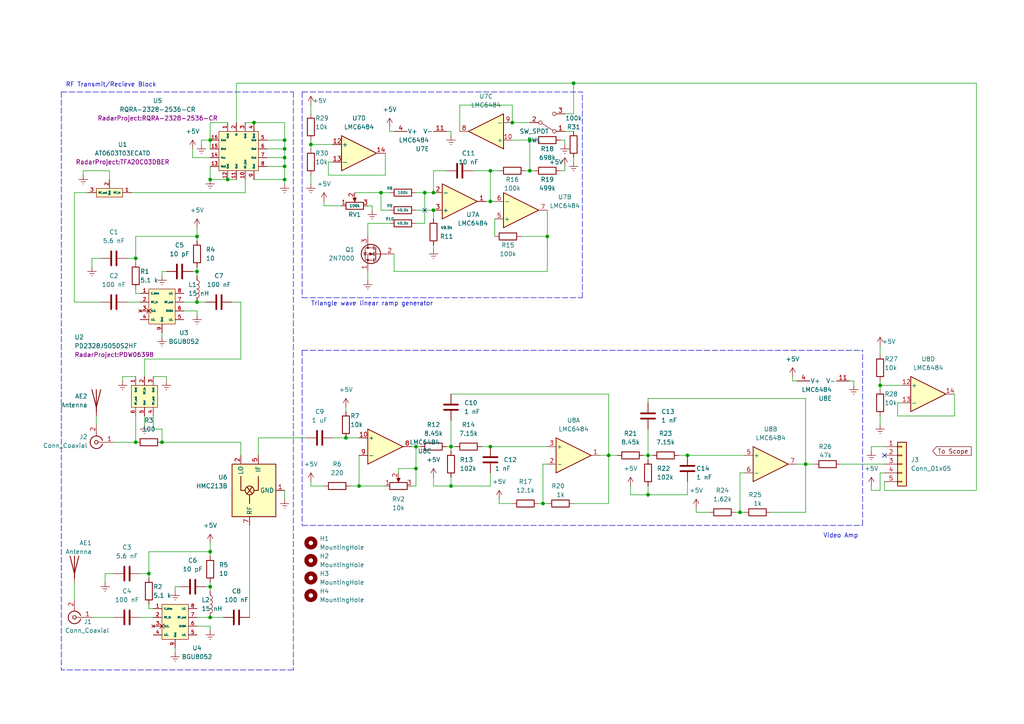
<source format=kicad_sch>
(kicad_sch (version 20211123) (generator eeschema)
  (paper "A4")
  (lib_symbols
    (symbol "Amplifier_Operational:LMC6484" (pin_names (offset 0.127))
      (property "Reference" "U" (at 0 5.08 0))
      (property "Value" "LMC6484" (at 0 -5.08 0))
      (symbol "LMC6484_1_1"
        (pin output line (at 7.62 0 180) (length 2.54) (name "~") (number "1"))
        (pin input line (at -7.62 -2.54 0) (length 2.54) (name "-") (number "2"))
        (pin input line (at -7.62 2.54 0) (length 2.54) (name "+") (number "3"))
      )
      (symbol "LMC6484_2_1"
        (pin input line (at -7.62 2.54 0) (length 2.54) (name "+") (number "5"))
        (pin input line (at -7.62 -2.54 0) (length 2.54) (name "-") (number "6"))
        (pin output line (at 7.62 0 180) (length 2.54) (name "~") (number "7"))
      )
      (symbol "LMC6484_3_1"
        (pin input line (at -7.62 2.54 0) (length 2.54) (name "+") (number "10"))
        (pin output line (at 7.62 0 180) (length 2.54) (name "~") (number "8"))
        (pin input line (at -7.62 -2.54 0) (length 2.54) (name "-") (number "9"))
      )
      (symbol "LMC6484_4_1"
        (pin input line (at -7.62 2.54 0) (length 2.54) (name "+") (number "12"))
        (pin input line (at -7.62 -2.54 0) (length 2.54) (name "-") (number "13"))
        (pin output line (at 7.62 0 180) (length 2.54) (name "~") (number "14"))
      )
      (symbol "LMC6484_5_1"
        (pin power_in line (at -2.54 -7.62 90) (length 3.81) (name "V-") (number "11"))
        (pin power_in line (at -2.54 7.62 270) (length 3.81) (name "V+") (number "4"))
      )
    )
    (symbol "Connector:Conn_Coaxial" (pin_names (offset 1.016) hide)
      (property "Reference" "J" (at 0.254 3.048 0))
      (property "Value" "Conn_Coaxial" (at 2.921 0 90))
      (symbol "Conn_Coaxial_1_1"
        (pin passive line (at -5.08 0 0) (length 2.54) (name "In") (number "1"))
        (pin passive line (at 0 -5.08 90) (length 2.54) (name "Ext") (number "2"))
      )
    )
    (symbol "Connector_Generic:Conn_01x05" (pin_names (offset 1.016) hide)
      (property "Reference" "J" (at 0 7.62 0))
      (property "Value" "Conn_01x05" (at 0 -7.62 0))
      (symbol "Conn_01x05_1_1"
        (pin passive line (at -5.08 5.08 0) (length 3.81) (name "Pin_1") (number "1"))
        (pin passive line (at -5.08 2.54 0) (length 3.81) (name "Pin_2") (number "2"))
        (pin passive line (at -5.08 0 0) (length 3.81) (name "Pin_3") (number "3"))
        (pin passive line (at -5.08 -2.54 0) (length 3.81) (name "Pin_4") (number "4"))
        (pin passive line (at -5.08 -5.08 0) (length 3.81) (name "Pin_5") (number "5"))
      )
    )
    (symbol "Device:Antenna" (pin_numbers hide) (pin_names (offset 1.016) hide)
      (property "Reference" "AE" (at -1.905 1.905 0))
      (property "Value" "Antenna" (at -1.905 0 0))
      (symbol "Antenna_1_1"
        (pin input line (at 0 -5.08 90) (length 2.54) (name "A") (number "1"))
      )
    )
    (symbol "Device:C" (pin_numbers hide) (pin_names (offset 0.254))
      (property "Reference" "C" (at 0.635 2.54 0))
      (property "Value" "C" (at 0.635 -2.54 0))
      (symbol "C_1_1"
        (pin passive line (at 0 3.81 270) (length 2.794) (name "~") (number "1"))
        (pin passive line (at 0 -3.81 90) (length 2.794) (name "~") (number "2"))
      )
    )
    (symbol "Device:L" (pin_numbers hide) (pin_names (offset 1.016) hide)
      (property "Reference" "L" (at -1.27 0 90))
      (property "Value" "L" (at 1.905 0 90))
      (symbol "L_1_1"
        (pin passive line (at 0 3.81 270) (length 1.27) (name "1") (number "1"))
        (pin passive line (at 0 -3.81 90) (length 1.27) (name "2") (number "2"))
      )
    )
    (symbol "Device:R" (pin_numbers hide) (pin_names (offset 0))
      (property "Reference" "R" (at 2.032 0 90))
      (property "Value" "R" (at 0 0 90))
      (symbol "R_1_1"
        (pin passive line (at 0 3.81 270) (length 1.27) (name "~") (number "1"))
        (pin passive line (at 0 -3.81 90) (length 1.27) (name "~") (number "2"))
      )
    )
    (symbol "Device:R_Potentiometer" (pin_names (offset 1.016) hide)
      (property "Reference" "RV" (at -4.445 0 90))
      (property "Value" "R_Potentiometer" (at -2.54 0 90))
      (symbol "R_Potentiometer_1_1"
        (pin passive line (at 0 3.81 270) (length 1.27) (name "1") (number "1"))
        (pin passive line (at 3.81 0 180) (length 1.27) (name "2") (number "2"))
        (pin passive line (at 0 -3.81 90) (length 1.27) (name "3") (number "3"))
      )
    )
    (symbol "Mechanical:MountingHole" (pin_names (offset 1.016))
      (property "Reference" "H" (at 0 5.08 0))
      (property "Value" "MountingHole" (at 0 3.175 0))
    )
    (symbol "RF_Mixer:HMC213B"
      (property "Reference" "U" (at -6.35 8.89 0))
      (property "Value" "HMC213B" (at 5.08 8.89 0))
      (symbol "HMC213B_1_1"
        (pin power_in line (at 0 -7.62 90) (length 2.54) (name "GND") (number "1"))
        (pin passive line (at -10.16 5.08 0) (length 2.54) (name "LO") (number "2"))
        (pin passive line (at 0 -7.62 90) (length 2.54) hide (name "GND") (number "3"))
        (pin no_connect line (at 5.08 -5.08 90) (length 2.54) hide (name "NC") (number "4"))
        (pin passive line (at -10.16 0 0) (length 2.54) (name "IF") (number "5"))
        (pin passive line (at 0 -7.62 90) (length 2.54) hide (name "GND") (number "6"))
        (pin passive line (at 10.16 2.54 180) (length 2.54) (name "RF") (number "7"))
        (pin passive line (at 0 -7.62 90) (length 2.54) hide (name "GND") (number "8"))
      )
    )
    (symbol "RadarProject:AT0603T03ECATD"
      (property "Reference" "U" (at 0 5.08 0))
      (property "Value" "AT0603T03ECATD" (at 0 7.62 0))
      (property "Footprint" "RadarProject:TFA20C03DBER" (at 0 10.16 0))
      (symbol "AT0603T03ECATD_1_1"
        (pin input line (at -2.54 -1.27 0) (length 2.54) (name "RF_in") (number "1"))
        (pin power_in line (at 3.81 -5.08 90) (length 2.54) (name "Gnd") (number "2"))
        (pin output line (at 10.16 -1.27 180) (length 2.54) (name "RF_out") (number "3"))
      )
    )
    (symbol "RadarProject:BGU8052"
      (property "Reference" "U" (at 0 5.08 0))
      (property "Value" "BGU8052" (at 0 7.62 0))
      (symbol "BGU8052_1_1"
        (pin input line (at -2.54 -1.27 0) (length 2.54) (name "V_bias") (number "1"))
        (pin input line (at -2.54 -3.81 0) (length 2.54) (name "RF_in") (number "2"))
        (pin no_connect non_logic (at -2.54 -6.35 0) (length 2.54) (name "N.C.") (number "3"))
        (pin free line (at -2.54 -8.89 0) (length 2.54) (name "I.C.") (number "4"))
        (pin free line (at 10.16 -8.89 180) (length 2.54) (name "I.C.") (number "5"))
        (pin input line (at 10.16 -6.35 180) (length 2.54) (name "SHDN") (number "6"))
        (pin output line (at 10.16 -3.81 180) (length 2.54) (name "RF_out") (number "7"))
        (pin free line (at 10.16 -1.27 180) (length 2.54) (name "I.C.") (number "8"))
        (pin power_in line (at 3.81 -12.7 90) (length 2.54) (name "Gnd") (number "9"))
      )
    )
    (symbol "RadarProject:PD2328J5050S2HF"
      (property "Reference" "U" (at 0 16.51 0))
      (property "Value" "PD2328J5050S2HF" (at 0 19.05 0))
      (property "Footprint" "RadarProject:PDW06398" (at 0 21.59 0))
      (symbol "PD2328J5050S2HF_1_1"
        (pin power_in line (at 1.27 2.54 270) (length 2.54) (name "Gnd") (number "1"))
        (pin input line (at 3.81 2.54 270) (length 2.54) (name "RF_in") (number "2"))
        (pin power_in line (at 6.35 2.54 270) (length 2.54) (name "Gnd") (number "3"))
        (pin output line (at 6.35 -8.89 90) (length 2.54) (name "RF_out") (number "4"))
        (pin power_in line (at 3.81 -8.89 90) (length 2.54) (name "Gnd") (number "5"))
        (pin output line (at 1.27 -8.89 90) (length 2.54) (name "RF_out") (number "6"))
      )
    )
    (symbol "RadarProject:RQRA-2328-2536-CR"
      (property "Reference" "U" (at 0 11.43 0))
      (property "Value" "RQRA-2328-2536-CR" (at 0 13.97 0))
      (property "Footprint" "RadarProject:RQRA-2328-2536-CR" (at 0 16.51 0))
      (symbol "RQRA-2328-2536-CR_1_1"
        (pin power_in line (at 2.54 2.54 270) (length 2.54) (name "Gnd") (number "1"))
        (pin output line (at 7.62 -13.97 90) (length 2.54) (name "RF_Out") (number "10"))
        (pin power_in line (at 5.08 -13.97 90) (length 2.54) (name "Gnd") (number "11"))
        (pin power_in line (at 2.54 -13.97 90) (length 2.54) (name "Gnd") (number "12"))
        (pin power_in line (at -2.54 -10.16 0) (length 2.54) (name "Gnd") (number "13"))
        (pin power_in line (at -2.54 -7.62 0) (length 2.54) (name "Vcc") (number "14"))
        (pin power_in line (at -2.54 -5.08 0) (length 2.54) (name "Gnd") (number "15"))
        (pin power_in line (at -2.54 -2.54 0) (length 2.54) (name "Gnd") (number "16"))
        (pin input line (at 5.08 2.54 270) (length 2.54) (name "Vt") (number "2"))
        (pin power_in line (at 7.62 2.54 270) (length 2.54) (name "Gnd") (number "3"))
        (pin power_in line (at 10.16 2.54 270) (length 2.54) (name "Gnd") (number "4"))
        (pin power_in line (at 13.97 -2.54 180) (length 2.54) (name "Gnd") (number "5"))
        (pin power_in line (at 13.97 -5.08 180) (length 2.54) (name "Gnd") (number "6"))
        (pin power_in line (at 13.97 -7.62 180) (length 2.54) (name "Gnd") (number "7"))
        (pin power_in line (at 13.97 -10.16 180) (length 2.54) (name "") (number "8"))
        (pin power_in line (at 10.16 -13.97 90) (length 2.54) (name "Gnd") (number "9"))
      )
    )
    (symbol "Switch:SW_SPDT" (pin_names (offset 0) hide)
      (property "Reference" "SW" (at 0 4.318 0))
      (property "Value" "SW_SPDT" (at 0 -5.08 0))
      (symbol "SW_SPDT_1_1"
        (pin passive line (at 5.08 2.54 180) (length 2.54) (name "A") (number "1"))
        (pin passive line (at -5.08 0 0) (length 2.54) (name "B") (number "2"))
        (pin passive line (at 5.08 -2.54 180) (length 2.54) (name "C") (number "3"))
      )
    )
    (symbol "Transistor_FET:2N7000" (pin_names hide)
      (property "Reference" "Q" (at 5.08 1.905 0))
      (property "Value" "2N7000" (at 5.08 0 0))
      (symbol "2N7000_1_1"
        (pin passive line (at 2.54 -5.08 90) (length 2.54) (name "S") (number "1"))
        (pin input line (at -5.08 0 0) (length 2.54) (name "G") (number "2"))
        (pin passive line (at 2.54 5.08 270) (length 2.54) (name "D") (number "3"))
      )
    )
    (symbol "power:+5V" (power) (pin_names (offset 0))
      (property "Value" "+5V" (at 0 3.556 0))
      (symbol "+5V_1_1"
        (pin power_in line (at 0 0 90) (length 0) hide (name "+5V") (number "1"))
      )
    )
    (symbol "power:Earth" (power) (pin_names (offset 0))
      (symbol "Earth_1_1"
        (pin power_in line (at 0 0 270) (length 0) hide (name "Earth") (number "1"))
      )
    )
  )
  (junction (at 187.96 132.08))
  (junction (at 60.96 170.18))
  (junction (at 148.59 35.56))
  (junction (at 60.96 179.07))
  (junction (at 153.67 49.53))
  (junction (at 142.24 129.54))
  (junction (at 158.75 68.58))
  (junction (at 46.99 128.27))
  (junction (at 60.96 160.02))
  (junction (at 176.53 132.08))
  (junction (at 233.68 134.62))
  (junction (at 123.19 55.88))
  (junction (at 157.48 146.05))
  (junction (at 57.15 78.74))
  (junction (at 130.81 129.54))
  (junction (at 187.96 143.51))
  (junction (at 110.49 55.88))
  (junction (at 82.55 45.72))
  (junction (at 255.27 111.76))
  (junction (at 57.15 68.58))
  (junction (at 82.55 43.18))
  (junction (at 214.63 148.59))
  (junction (at 125.73 55.88))
  (junction (at 125.73 60.96))
  (junction (at 142.24 58.42))
  (junction (at 153.67 40.64))
  (junction (at 199.39 132.08))
  (junction (at 120.65 135.89))
  (junction (at 57.15 87.63))
  (junction (at 130.81 140.97))
  (junction (at 142.24 49.53))
  (junction (at 39.37 128.27))
  (junction (at 120.65 129.54))
  (junction (at 43.18 166.37))
  (junction (at 39.37 74.93))
  (junction (at 82.55 52.07))
  (junction (at 82.55 48.26))
  (junction (at 66.04 52.07))
  (junction (at 73.66 35.56))
  (junction (at 100.33 127))
  (junction (at 60.96 52.07))
  (junction (at 82.55 40.64))
  (junction (at 104.14 140.97))
  (junction (at 166.37 24.13))
  (junction (at 60.96 40.64))
  (junction (at 90.17 41.91))
  (no_connect (at 123.19 60.96))
  (no_connect (at 256.54 132.08))
  (wire (pts (xy 173.99 132.08) (xy 176.53 132.08)))
  (wire (pts (xy 46.99 78.74) (xy 48.26 78.74)))
  (wire (pts (xy 90.17 40.64) (xy 90.17 41.91)))
  (wire (pts (xy 39.37 83.82) (xy 39.37 85.09)))
  (wire (pts (xy 129.54 49.53) (xy 125.73 49.53)))
  (wire (pts (xy 21.59 168.91) (xy 21.59 173.99)))
  (wire (pts (xy 247.65 110.49) (xy 246.38 110.49)))
  (wire (pts (xy 46.99 80.01) (xy 46.99 78.74)))
  (wire (pts (xy 111.76 140.97) (xy 104.14 140.97)))
  (wire (pts (xy 157.48 134.62) (xy 158.75 134.62)))
  (wire (pts (xy 130.81 129.54) (xy 132.08 129.54)))
  (wire (pts (xy 59.69 170.18) (xy 60.96 170.18)))
  (polyline (pts (xy 85.09 26.67) (xy 85.09 194.31)))
  (wire (pts (xy 57.15 68.58) (xy 39.37 68.58)))
  (wire (pts (xy 33.02 128.27) (xy 39.37 128.27)))
  (wire (pts (xy 93.98 140.97) (xy 90.17 140.97)))
  (wire (pts (xy 39.37 120.65) (xy 39.37 128.27)))
  (wire (pts (xy 95.25 50.8) (xy 111.76 50.8)))
  (wire (pts (xy 130.81 114.3) (xy 176.53 114.3)))
  (wire (pts (xy 68.58 24.13) (xy 68.58 35.56)))
  (wire (pts (xy 60.96 160.02) (xy 43.18 160.02)))
  (wire (pts (xy 255.27 110.49) (xy 255.27 111.76)))
  (wire (pts (xy 130.81 38.1) (xy 129.54 38.1)))
  (wire (pts (xy 24.13 49.53) (xy 31.75 49.53)))
  (wire (pts (xy 44.45 124.46) (xy 46.99 124.46)))
  (wire (pts (xy 199.39 132.08) (xy 215.9 132.08)))
  (wire (pts (xy 142.24 137.16) (xy 142.24 140.97)))
  (wire (pts (xy 82.55 35.56) (xy 82.55 40.64)))
  (wire (pts (xy 139.7 129.54) (xy 142.24 129.54)))
  (wire (pts (xy 60.96 45.72) (xy 55.88 45.72)))
  (wire (pts (xy 113.03 36.83) (xy 113.03 38.1)))
  (wire (pts (xy 82.55 40.64) (xy 82.55 43.18)))
  (wire (pts (xy 123.19 64.77) (xy 123.19 55.88)))
  (wire (pts (xy 96.52 127) (xy 100.33 127)))
  (wire (pts (xy 58.42 40.64) (xy 60.96 40.64)))
  (wire (pts (xy 60.96 182.88) (xy 60.96 181.61)))
  (wire (pts (xy 77.47 40.64) (xy 82.55 40.64)))
  (wire (pts (xy 67.31 87.63) (xy 69.85 87.63)))
  (wire (pts (xy 201.93 148.59) (xy 201.93 147.32)))
  (wire (pts (xy 148.59 35.56) (xy 153.67 35.56)))
  (wire (pts (xy 60.96 48.26) (xy 60.96 52.07)))
  (wire (pts (xy 130.81 39.37) (xy 130.81 38.1)))
  (wire (pts (xy 187.96 143.51) (xy 199.39 143.51)))
  (wire (pts (xy 187.96 143.51) (xy 182.88 143.51)))
  (wire (pts (xy 82.55 45.72) (xy 82.55 48.26)))
  (wire (pts (xy 60.96 168.91) (xy 60.96 170.18)))
  (polyline (pts (xy 87.63 101.6) (xy 87.63 152.4)))
  (wire (pts (xy 57.15 90.17) (xy 53.34 90.17)))
  (wire (pts (xy 90.17 140.97) (xy 90.17 139.7)))
  (wire (pts (xy 199.39 139.7) (xy 199.39 143.51)))
  (wire (pts (xy 213.36 148.59) (xy 214.63 148.59)))
  (wire (pts (xy 102.87 55.88) (xy 110.49 55.88)))
  (wire (pts (xy 24.13 50.8) (xy 24.13 49.53)))
  (wire (pts (xy 39.37 74.93) (xy 39.37 76.2)))
  (wire (pts (xy 36.83 87.63) (xy 40.64 87.63)))
  (wire (pts (xy 205.74 148.59) (xy 201.93 148.59)))
  (wire (pts (xy 57.15 69.85) (xy 57.15 68.58)))
  (wire (pts (xy 255.27 137.16) (xy 255.27 142.24)))
  (wire (pts (xy 229.87 110.49) (xy 231.14 110.49)))
  (wire (pts (xy 255.27 111.76) (xy 261.62 111.76)))
  (wire (pts (xy 29.21 74.93) (xy 26.67 74.93)))
  (wire (pts (xy 46.99 124.46) (xy 46.99 128.27)))
  (wire (pts (xy 233.68 134.62) (xy 236.22 134.62)))
  (wire (pts (xy 21.59 55.88) (xy 21.59 87.63)))
  (wire (pts (xy 260.35 116.84) (xy 260.35 120.65)))
  (wire (pts (xy 142.24 49.53) (xy 142.24 58.42)))
  (wire (pts (xy 71.12 55.88) (xy 38.1 55.88)))
  (wire (pts (xy 77.47 43.18) (xy 82.55 43.18)))
  (wire (pts (xy 113.03 60.96) (xy 110.49 60.96)))
  (wire (pts (xy 72.39 152.4) (xy 72.39 179.07)))
  (wire (pts (xy 276.86 114.3) (xy 276.86 120.65)))
  (wire (pts (xy 50.8 187.96) (xy 50.8 189.23)))
  (wire (pts (xy 255.27 142.24) (xy 252.73 142.24)))
  (wire (pts (xy 60.96 35.56) (xy 60.96 40.64)))
  (wire (pts (xy 196.85 132.08) (xy 199.39 132.08)))
  (wire (pts (xy 140.97 58.42) (xy 142.24 58.42)))
  (wire (pts (xy 158.75 68.58) (xy 158.75 60.96)))
  (wire (pts (xy 143.51 63.5) (xy 143.51 68.58)))
  (wire (pts (xy 255.27 120.65) (xy 255.27 123.19)))
  (wire (pts (xy 21.59 87.63) (xy 29.21 87.63)))
  (wire (pts (xy 187.96 116.84) (xy 187.96 115.57)))
  (wire (pts (xy 125.73 49.53) (xy 125.73 55.88)))
  (wire (pts (xy 111.76 44.45) (xy 111.76 50.8)))
  (wire (pts (xy 71.12 35.56) (xy 73.66 35.56)))
  (wire (pts (xy 252.73 129.54) (xy 252.73 130.81)))
  (wire (pts (xy 43.18 166.37) (xy 43.18 167.64)))
  (wire (pts (xy 252.73 140.97) (xy 252.73 142.24)))
  (wire (pts (xy 130.81 140.97) (xy 142.24 140.97)))
  (wire (pts (xy 53.34 87.63) (xy 57.15 87.63)))
  (wire (pts (xy 158.75 78.74) (xy 158.75 68.58)))
  (polyline (pts (xy 87.63 86.36) (xy 168.91 86.36)))
  (wire (pts (xy 35.56 110.49) (xy 35.56 109.22)))
  (wire (pts (xy 82.55 48.26) (xy 82.55 52.07)))
  (wire (pts (xy 166.37 24.13) (xy 166.37 33.02)))
  (polyline (pts (xy 87.63 152.4) (xy 250.19 152.4)))
  (wire (pts (xy 58.42 41.91) (xy 58.42 40.64)))
  (wire (pts (xy 90.17 41.91) (xy 96.52 41.91)))
  (wire (pts (xy 55.88 45.72) (xy 55.88 43.18)))
  (wire (pts (xy 176.53 132.08) (xy 176.53 146.05)))
  (wire (pts (xy 125.73 71.12) (xy 125.73 72.39)))
  (wire (pts (xy 90.17 41.91) (xy 90.17 43.18)))
  (wire (pts (xy 106.68 68.58) (xy 106.68 64.77)))
  (wire (pts (xy 152.4 49.53) (xy 153.67 49.53)))
  (wire (pts (xy 90.17 30.48) (xy 90.17 33.02)))
  (wire (pts (xy 260.35 120.65) (xy 276.86 120.65)))
  (wire (pts (xy 186.69 132.08) (xy 187.96 132.08)))
  (wire (pts (xy 214.63 148.59) (xy 215.9 148.59)))
  (wire (pts (xy 163.83 48.26) (xy 163.83 49.53)))
  (wire (pts (xy 74.93 127) (xy 88.9 127)))
  (polyline (pts (xy 87.63 26.67) (xy 168.91 26.67)))
  (wire (pts (xy 93.98 58.42) (xy 93.98 59.69)))
  (wire (pts (xy 114.3 73.66) (xy 114.3 78.74)))
  (polyline (pts (xy 17.78 26.67) (xy 85.09 26.67)))
  (wire (pts (xy 120.65 55.88) (xy 123.19 55.88)))
  (wire (pts (xy 153.67 40.64) (xy 153.67 49.53)))
  (wire (pts (xy 106.68 59.69) (xy 107.95 59.69)))
  (wire (pts (xy 123.19 55.88) (xy 125.73 55.88)))
  (wire (pts (xy 120.65 140.97) (xy 119.38 140.97)))
  (wire (pts (xy 69.85 132.08) (xy 69.85 128.27)))
  (wire (pts (xy 114.3 78.74) (xy 158.75 78.74)))
  (wire (pts (xy 60.96 170.18) (xy 60.96 171.45)))
  (wire (pts (xy 137.16 49.53) (xy 142.24 49.53)))
  (wire (pts (xy 233.68 115.57) (xy 233.68 134.62)))
  (wire (pts (xy 176.53 132.08) (xy 179.07 132.08)))
  (wire (pts (xy 166.37 45.72) (xy 166.37 46.99)))
  (wire (pts (xy 153.67 49.53) (xy 154.94 49.53)))
  (wire (pts (xy 26.67 74.93) (xy 26.67 77.47)))
  (wire (pts (xy 130.81 121.92) (xy 130.81 129.54)))
  (wire (pts (xy 57.15 179.07) (xy 60.96 179.07)))
  (wire (pts (xy 60.96 52.07) (xy 66.04 52.07)))
  (wire (pts (xy 187.96 140.97) (xy 187.96 143.51)))
  (wire (pts (xy 43.18 175.26) (xy 43.18 176.53)))
  (wire (pts (xy 33.02 166.37) (xy 30.48 166.37)))
  (wire (pts (xy 82.55 43.18) (xy 82.55 45.72)))
  (polyline (pts (xy 87.63 101.6) (xy 250.19 101.6)))
  (wire (pts (xy 223.52 148.59) (xy 233.68 148.59)))
  (wire (pts (xy 96.52 46.99) (xy 95.25 46.99)))
  (wire (pts (xy 130.81 138.43) (xy 130.81 140.97)))
  (wire (pts (xy 50.8 170.18) (xy 52.07 170.18)))
  (wire (pts (xy 256.54 139.7) (xy 256.54 142.24)))
  (wire (pts (xy 154.94 40.64) (xy 153.67 40.64)))
  (wire (pts (xy 68.58 24.13) (xy 166.37 24.13)))
  (wire (pts (xy 57.15 91.44) (xy 57.15 90.17)))
  (wire (pts (xy 43.18 160.02) (xy 43.18 166.37)))
  (polyline (pts (xy 87.63 26.67) (xy 87.63 86.36)))
  (wire (pts (xy 214.63 137.16) (xy 214.63 148.59)))
  (wire (pts (xy 163.83 40.64) (xy 163.83 41.91)))
  (wire (pts (xy 50.8 171.45) (xy 50.8 170.18)))
  (polyline (pts (xy 168.91 86.36) (xy 168.91 26.67)))
  (wire (pts (xy 106.68 64.77) (xy 113.03 64.77)))
  (wire (pts (xy 182.88 140.97) (xy 182.88 143.51)))
  (wire (pts (xy 100.33 127) (xy 104.14 127)))
  (wire (pts (xy 73.66 35.56) (xy 82.55 35.56)))
  (wire (pts (xy 187.96 115.57) (xy 233.68 115.57)))
  (wire (pts (xy 229.87 109.22) (xy 229.87 110.49)))
  (wire (pts (xy 233.68 134.62) (xy 233.68 148.59)))
  (wire (pts (xy 44.45 176.53) (xy 43.18 176.53)))
  (wire (pts (xy 35.56 109.22) (xy 39.37 109.22)))
  (wire (pts (xy 40.64 179.07) (xy 44.45 179.07)))
  (polyline (pts (xy 85.09 194.31) (xy 17.78 194.31)))
  (wire (pts (xy 142.24 129.54) (xy 158.75 129.54)))
  (wire (pts (xy 69.85 104.14) (xy 41.91 104.14)))
  (wire (pts (xy 60.96 40.64) (xy 60.96 43.18)))
  (wire (pts (xy 243.84 134.62) (xy 256.54 134.62)))
  (wire (pts (xy 261.62 116.84) (xy 260.35 116.84)))
  (wire (pts (xy 148.59 40.64) (xy 153.67 40.64)))
  (wire (pts (xy 133.35 30.48) (xy 133.35 38.1)))
  (wire (pts (xy 157.48 146.05) (xy 158.75 146.05)))
  (wire (pts (xy 104.14 140.97) (xy 104.14 132.08)))
  (wire (pts (xy 142.24 58.42) (xy 143.51 58.42)))
  (wire (pts (xy 256.54 142.24) (xy 283.21 142.24)))
  (wire (pts (xy 74.93 132.08) (xy 74.93 127)))
  (wire (pts (xy 151.13 68.58) (xy 158.75 68.58)))
  (wire (pts (xy 66.04 35.56) (xy 60.96 35.56)))
  (wire (pts (xy 120.65 135.89) (xy 120.65 140.97)))
  (wire (pts (xy 46.99 96.52) (xy 46.99 97.79)))
  (wire (pts (xy 71.12 52.07) (xy 71.12 55.88)))
  (wire (pts (xy 25.4 55.88) (xy 21.59 55.88)))
  (wire (pts (xy 255.27 111.76) (xy 255.27 113.03)))
  (wire (pts (xy 69.85 128.27) (xy 46.99 128.27)))
  (wire (pts (xy 66.04 52.07) (xy 68.58 52.07)))
  (wire (pts (xy 93.98 59.69) (xy 99.06 59.69)))
  (wire (pts (xy 125.73 60.96) (xy 125.73 63.5)))
  (wire (pts (xy 119.38 129.54) (xy 120.65 129.54)))
  (wire (pts (xy 48.26 109.22) (xy 48.26 110.49)))
  (wire (pts (xy 60.96 179.07) (xy 64.77 179.07)))
  (wire (pts (xy 44.45 109.22) (xy 48.26 109.22)))
  (wire (pts (xy 130.81 140.97) (xy 125.73 140.97)))
  (wire (pts (xy 256.54 129.54) (xy 252.73 129.54)))
  (wire (pts (xy 82.55 48.26) (xy 77.47 48.26)))
  (wire (pts (xy 113.03 38.1) (xy 114.3 38.1)))
  (wire (pts (xy 41.91 120.65) (xy 41.91 123.19)))
  (wire (pts (xy 100.33 118.11) (xy 100.33 119.38)))
  (wire (pts (xy 120.65 60.96) (xy 125.73 60.96)))
  (wire (pts (xy 130.81 129.54) (xy 130.81 130.81)))
  (polyline (pts (xy 250.19 152.4) (xy 250.19 101.6)))
  (wire (pts (xy 82.55 52.07) (xy 82.55 53.34)))
  (wire (pts (xy 142.24 49.53) (xy 144.78 49.53)))
  (wire (pts (xy 214.63 137.16) (xy 215.9 137.16)))
  (wire (pts (xy 31.75 49.53) (xy 31.75 52.07)))
  (wire (pts (xy 148.59 146.05) (xy 144.78 146.05)))
  (wire (pts (xy 90.17 50.8) (xy 90.17 53.34)))
  (wire (pts (xy 106.68 78.74) (xy 106.68 81.28)))
  (wire (pts (xy 157.48 134.62) (xy 157.48 146.05)))
  (wire (pts (xy 125.73 138.43) (xy 125.73 140.97)))
  (wire (pts (xy 110.49 60.96) (xy 110.49 55.88)))
  (wire (pts (xy 77.47 45.72) (xy 82.55 45.72)))
  (wire (pts (xy 187.96 132.08) (xy 189.23 132.08)))
  (wire (pts (xy 57.15 78.74) (xy 57.15 80.01)))
  (wire (pts (xy 148.59 30.48) (xy 133.35 30.48)))
  (wire (pts (xy 283.21 142.24) (xy 283.21 24.13)))
  (wire (pts (xy 60.96 161.29) (xy 60.96 160.02)))
  (wire (pts (xy 101.6 140.97) (xy 104.14 140.97)))
  (wire (pts (xy 110.49 55.88) (xy 113.03 55.88)))
  (wire (pts (xy 148.59 30.48) (xy 148.59 35.56)))
  (wire (pts (xy 73.66 52.07) (xy 82.55 52.07)))
  (wire (pts (xy 163.83 38.1) (xy 166.37 38.1)))
  (polyline (pts (xy 17.78 26.67) (xy 17.78 194.31)))
  (wire (pts (xy 44.45 120.65) (xy 44.45 124.46)))
  (wire (pts (xy 40.64 85.09) (xy 39.37 85.09)))
  (wire (pts (xy 82.55 142.24) (xy 82.55 144.78)))
  (wire (pts (xy 231.14 134.62) (xy 233.68 134.62)))
  (wire (pts (xy 26.67 179.07) (xy 33.02 179.07)))
  (wire (pts (xy 55.88 78.74) (xy 57.15 78.74)))
  (wire (pts (xy 129.54 129.54) (xy 130.81 129.54)))
  (wire (pts (xy 156.21 146.05) (xy 157.48 146.05)))
  (wire (pts (xy 69.85 87.63) (xy 69.85 104.14)))
  (wire (pts (xy 163.83 33.02) (xy 166.37 33.02)))
  (wire (pts (xy 163.83 49.53) (xy 162.56 49.53)))
  (wire (pts (xy 255.27 100.33) (xy 255.27 102.87)))
  (wire (pts (xy 247.65 111.76) (xy 247.65 110.49)))
  (wire (pts (xy 162.56 40.64) (xy 163.83 40.64)))
  (wire (pts (xy 41.91 104.14) (xy 41.91 109.22)))
  (wire (pts (xy 30.48 166.37) (xy 30.48 168.91)))
  (wire (pts (xy 144.78 146.05) (xy 144.78 144.78)))
  (wire (pts (xy 176.53 114.3) (xy 176.53 132.08)))
  (wire (pts (xy 115.57 135.89) (xy 120.65 135.89)))
  (wire (pts (xy 43.18 166.37) (xy 40.64 166.37)))
  (wire (pts (xy 115.57 137.16) (xy 115.57 135.89)))
  (wire (pts (xy 166.37 24.13) (xy 283.21 24.13)))
  (wire (pts (xy 187.96 124.46) (xy 187.96 132.08)))
  (wire (pts (xy 187.96 132.08) (xy 187.96 133.35)))
  (wire (pts (xy 39.37 74.93) (xy 36.83 74.93)))
  (wire (pts (xy 60.96 157.48) (xy 60.96 160.02)))
  (wire (pts (xy 166.37 146.05) (xy 176.53 146.05)))
  (wire (pts (xy 120.65 64.77) (xy 123.19 64.77)))
  (wire (pts (xy 120.65 129.54) (xy 120.65 135.89)))
  (wire (pts (xy 57.15 77.47) (xy 57.15 78.74)))
  (wire (pts (xy 120.65 129.54) (xy 121.92 129.54)))
  (wire (pts (xy 107.95 59.69) (xy 107.95 60.96)))
  (wire (pts (xy 95.25 46.99) (xy 95.25 50.8)))
  (wire (pts (xy 57.15 87.63) (xy 59.69 87.63)))
  (wire (pts (xy 256.54 137.16) (xy 255.27 137.16)))
  (wire (pts (xy 39.37 68.58) (xy 39.37 74.93)))
  (wire (pts (xy 60.96 181.61) (xy 57.15 181.61)))
  (wire (pts (xy 27.94 120.65) (xy 27.94 123.19)))
  (wire (pts (xy 57.15 66.04) (xy 57.15 68.58)))
  (text "RF Transmit/Recieve Block" (at 19.05 25.4 0) (effects (font (size 1.27 1.27)) (justify left bottom)))
  (text "Triangle wave linear ramp generator" (at 90.17 88.9 0) (effects (font (size 1.27 1.27)) (justify left bottom)))
  (text "Video Amp" (at 238.76 156.21 0) (effects (font (size 1.27 1.27)) (justify left bottom)))
  (global_label "To Scope" (shape input) (at 270.51 130.81 0) (property "Intersheet References" "${INTERSHEET_REFS}" (effects hide)))
  (symbol (lib_id "power:Earth") (at 30.48 168.91 0) (unit 1)
    (property "Reference" "#PWR03" (effects hide))
    (property "Value" "Earth" (effects hide))
  )
  (symbol (lib_id "power:Earth") (at 163.83 41.91 0) (unit 1)
    (property "Reference" "#PWR026" (effects hide))
    (property "Value" "Earth" (effects hide))
  )
  (symbol (lib_id "power:Earth") (at 107.95 60.96 0) (unit 1)
    (property "Reference" "#PWR021" (effects hide))
    (property "Value" "Earth" (effects hide))
  )
  (symbol (lib_id "Device:R") (at 166.37 41.91 180) (unit 1)
    (property "Reference" "R31" (at 166.37 36.83 0))
    (property "Value" "100k" (at 166.37 34.29 0))
    (property "Footprint" "Resistor_SMD:R_0805_2012Metric" (effects hide))
  )
  (symbol (lib_id "Device:R") (at 90.17 36.83 0) (unit 1)
    (property "Reference" "R29" (at 91.44 34.29 0) (effects (justify left)))
    (property "Value" "10k" (at 91.44 36.83 0) (effects (justify left)))
    (property "Footprint" "Resistor_SMD:R_0805_2012Metric" (effects hide))
  )
  (symbol (lib_id "Switch:SW_SPDT") (at 158.75 35.56 0) (mirror x) (unit 1)
    (property "Reference" "SW1" (at 154.94 40.64 0))
    (property "Value" "SW_SPDT" (at 154.94 38.1 0))
    (property "Footprint" "Button_Switch_THT:SW_Slide_1P2T_CK_OS102011MS2Q" (effects hide))
  )
  (symbol (lib_id "Device:C") (at 33.02 74.93 90) (unit 1)
    (property "Reference" "C1" (at 33.02 67.31 90))
    (property "Value" "5.6 nF" (at 33.02 69.85 90))
    (property "Footprint" "Capacitor_SMD:C_0805_2012Metric" (effects hide))
  )
  (symbol (lib_id "Device:R_Potentiometer") (at 115.57 140.97 90) (unit 1)
    (property "Reference" "RV2" (at 115.57 144.78 90))
    (property "Value" "10k" (at 115.57 147.32 90))
    (property "Footprint" "Potentiometer_THT:Potentiometer_Bourns_3296W_Vertical" (effects hide))
  )
  (symbol (lib_id "Device:Antenna") (at 27.94 115.57 0) (mirror y) (unit 1)
    (property "Reference" "AE2" (at 25.4 114.9349 0) (effects (justify left)))
    (property "Value" "Antenna" (at 25.4 117.4749 0) (effects (justify left)))
  )
  (symbol (lib_id "power:+5V") (at 201.93 147.32 0) (unit 1)
    (property "Reference" "#PWR030" (effects hide))
    (property "Value" "+5V" (at 201.93 142.24 0))
  )
  (symbol (lib_id "Device:R") (at 116.84 60.96 90) (unit 1)
    (property "Reference" "R9" (at 113.03 59.69 90) (effects (font (size 0.8 0.8))))
    (property "Value" "49.9k" (at 116.84 60.96 90) (effects (font (size 0.8 0.8))))
    (property "Footprint" "Resistor_SMD:R_0805_2012Metric" (effects hide))
  )
  (symbol (lib_id "Amplifier_Operational:LMC6484") (at 133.35 58.42 0) (mirror x) (unit 1)
    (property "Reference" "U7" (at 137.16 62.23 0))
    (property "Value" "LMC6484" (at 137.16 64.77 0))
    (property "Footprint" "Package_SO:SOIC-14_3.9x8.7mm_P1.27mm" (effects hide))
    (property "Datasheet" "http://www.ti.com/lit/ds/symlink/lmc6484.pdf" (effects hide))
  )
  (symbol (lib_id "power:+5V") (at 93.98 58.42 0) (unit 1)
    (property "Reference" "#PWR017" (effects hide))
    (property "Value" "+5V" (at 93.98 53.34 0))
  )
  (symbol (lib_id "power:Earth") (at 60.96 182.88 0) (unit 1)
    (property "Reference" "#PWR013" (effects hide))
    (property "Value" "Earth" (effects hide))
  )
  (symbol (lib_id "Amplifier_Operational:LMC6484") (at 269.24 114.3 0) (unit 4)
    (property "Reference" "U8" (at 269.24 104.14 0))
    (property "Value" "LMC6484" (at 269.24 106.68 0))
    (property "Datasheet" "http://www.ti.com/lit/ds/symlink/lmc6484.pdf" (effects hide))
  )
  (symbol (lib_id "Device:C") (at 133.35 49.53 90) (unit 1)
    (property "Reference" "C11" (at 135.89 44.45 90))
    (property "Value" "10 nF" (at 135.89 46.99 90))
    (property "Footprint" "Capacitor_SMD:C_0805_2012Metric" (effects hide))
  )
  (symbol (lib_id "power:+5V") (at 125.73 138.43 0) (unit 1)
    (property "Reference" "#PWR024" (effects hide))
    (property "Value" "+5V" (at 125.73 133.35 0))
  )
  (symbol (lib_id "power:Earth") (at 60.96 52.07 0) (unit 1)
    (property "Reference" "#PWR0103" (effects hide))
    (property "Value" "Earth" (effects hide))
  )
  (symbol (lib_id "Device:R") (at 240.03 134.62 90) (unit 1)
    (property "Reference" "R26" (at 241.3 129.54 90) (effects (justify left)))
    (property "Value" "47k" (at 241.3 132.08 90) (effects (justify left)))
    (property "Footprint" "Resistor_SMD:R_0805_2012Metric" (effects hide))
  )
  (symbol (lib_id "power:+5V") (at 57.15 66.04 0) (unit 1)
    (property "Reference" "#PWR010" (effects hide))
    (property "Value" "+5V" (at 57.15 60.96 0))
  )
  (symbol (lib_id "Device:L") (at 57.15 83.82 0) (unit 1)
    (property "Reference" "L1" (at 54.61 82.55 0) (effects (justify left)))
    (property "Value" "15 nH" (at 54.61 85.09 0) (effects (justify left)))
    (property "Footprint" "Inductor_SMD:L_0805_2012Metric" (effects hide))
  )
  (symbol (lib_id "Device:C") (at 199.39 135.89 0) (unit 1)
    (property "Reference" "C14" (at 201.93 135.89 0) (effects (justify left)))
    (property "Value" "1 nF" (at 201.93 138.43 0) (effects (justify left)))
    (property "Footprint" "Capacitor_SMD:C_0805_2012Metric" (effects hide))
  )
  (symbol (lib_id "Device:R") (at 187.96 137.16 0) (unit 1)
    (property "Reference" "R22" (at 190.5 135.8899 0) (effects (justify left)))
    (property "Value" "102k" (at 190.5 138.4299 0) (effects (justify left)))
    (property "Footprint" "Resistor_SMD:R_0805_2012Metric" (effects hide))
  )
  (symbol (lib_id "power:+5V") (at 55.88 43.18 0) (unit 1)
    (property "Reference" "#PWR09" (effects hide))
    (property "Value" "+5V" (at 55.88 38.1 0))
  )
  (symbol (lib_id "Device:R") (at 90.17 46.99 0) (unit 1)
    (property "Reference" "R30" (at 91.44 44.45 0) (effects (justify left)))
    (property "Value" "10k" (at 91.44 46.99 0) (effects (justify left)))
    (property "Footprint" "Resistor_SMD:R_0805_2012Metric" (effects hide))
  )
  (symbol (lib_id "Device:R") (at 57.15 73.66 0) (unit 1)
    (property "Reference" "R4" (at 59.69 72.3899 0) (effects (justify left)))
    (property "Value" "10" (at 59.69 74.9299 0) (effects (justify left)))
    (property "Footprint" "Resistor_SMD:R_0805_2012Metric" (effects hide))
  )
  (symbol (lib_id "Device:Antenna") (at 21.59 163.83 0) (mirror y) (unit 1)
    (property "Reference" "AE1" (at 26.67 157.48 0) (effects (justify left)))
    (property "Value" "Antenna" (at 26.67 160.02 0) (effects (justify left)))
  )
  (symbol (lib_id "power:Earth") (at 24.13 50.8 0) (unit 1)
    (property "Reference" "#PWR01" (effects hide))
    (property "Value" "Earth" (effects hide))
  )
  (symbol (lib_id "Device:R") (at 148.59 49.53 90) (unit 1)
    (property "Reference" "R16" (at 148.59 52.07 90))
    (property "Value" "100k" (at 148.59 54.61 90))
    (property "Footprint" "Resistor_SMD:R_0805_2012Metric" (effects hide))
  )
  (symbol (lib_id "power:+5V") (at 90.17 139.7 0) (unit 1)
    (property "Reference" "#PWR016" (effects hide))
    (property "Value" "+5V" (at 90.17 134.62 0))
  )
  (symbol (lib_id "Device:R") (at 116.84 55.88 90) (unit 1)
    (property "Reference" "R8" (at 113.03 54.61 90) (effects (font (size 0.8 0.8))))
    (property "Value" "100k" (at 116.84 55.88 90) (effects (font (size 0.8 0.8))))
    (property "Footprint" "Resistor_SMD:R_0805_2012Metric" (effects hide))
  )
  (symbol (lib_id "Device:L") (at 60.96 175.26 0) (unit 1)
    (property "Reference" "L2" (at 58.42 173.99 0) (effects (justify left)))
    (property "Value" "15 nH" (at 58.42 176.53 0) (effects (justify left)))
    (property "Footprint" "Inductor_SMD:L_0805_2012Metric" (effects hide))
  )
  (symbol (lib_id "Device:C") (at 130.81 118.11 0) (unit 1)
    (property "Reference" "C10" (at 134.62 116.8399 0) (effects (justify left)))
    (property "Value" "1 nF" (at 134.62 119.3799 0) (effects (justify left)))
    (property "Footprint" "Capacitor_SMD:C_0805_2012Metric" (effects hide))
  )
  (symbol (lib_id "RadarProject:RQRA-2328-2536-CR") (at 63.5 38.1 0) (unit 1)
    (property "Reference" "U5" (at 45.72 29.21 0))
    (property "Value" "RQRA-2328-2536-CR" (at 45.72 31.75 0))
    (property "Footprint" "RadarProject:RQRA-2328-2536-CR" (at 45.72 34.29 0))
    (property "Datasheet" "https://www.raltron.com/webproducts/specs/VCO/RQRA-2328-2536-CR.pdf" (effects hide))
  )
  (symbol (lib_id "Device:C") (at 33.02 87.63 90) (unit 1)
    (property "Reference" "C2" (at 33.02 80.01 90))
    (property "Value" "100 nF" (at 33.02 82.55 90))
    (property "Footprint" "Capacitor_SMD:C_0805_2012Metric" (effects hide))
  )
  (symbol (lib_id "Device:C") (at 55.88 170.18 90) (unit 1)
    (property "Reference" "C6" (at 55.88 162.56 90))
    (property "Value" "10 pF" (at 55.88 165.1 90))
    (property "Footprint" "Capacitor_SMD:C_0805_2012Metric" (effects hide))
  )
  (symbol (lib_id "power:+5V") (at 144.78 144.78 0) (unit 1)
    (property "Reference" "#PWR025" (effects hide))
    (property "Value" "+5V" (at 144.78 139.7 0))
  )
  (symbol (lib_id "RadarProject:BGU8052") (at 43.18 83.82 0) (unit 1)
    (property "Reference" "U3" (at 53.34 96.52 0))
    (property "Value" "BGU8052" (at 53.34 99.06 0))
    (property "Footprint" "RadarProject:BGU8052" (effects hide))
    (property "Datasheet" "https://www.nxp.com/docs/en/data-sheet/BGU8052.pdf" (effects hide))
  )
  (symbol (lib_id "Device:R") (at 255.27 116.84 0) (unit 1)
    (property "Reference" "R28" (at 256.54 114.3 0) (effects (justify left)))
    (property "Value" "10k" (at 256.54 116.84 0) (effects (justify left)))
    (property "Footprint" "Resistor_SMD:R_0805_2012Metric" (effects hide))
  )
  (symbol (lib_id "power:Earth") (at 35.56 110.49 0) (unit 1)
    (property "Reference" "#PWR0104" (effects hide))
    (property "Value" "Earth" (effects hide))
  )
  (symbol (lib_id "Device:C") (at 68.58 179.07 90) (unit 1)
    (property "Reference" "C8" (at 68.58 171.45 90))
    (property "Value" "100 nF" (at 68.58 173.99 90))
    (property "Footprint" "Capacitor_SMD:C_0805_2012Metric" (effects hide))
  )
  (symbol (lib_id "Device:R") (at 43.18 171.45 0) (unit 1)
    (property "Reference" "R2" (at 44.45 170.18 0) (effects (justify left)))
    (property "Value" "5.1 k" (at 44.45 172.72 0) (effects (justify left)))
    (property "Footprint" "Resistor_SMD:R_0805_2012Metric" (effects hide))
  )
  (symbol (lib_id "Device:R") (at 39.37 80.01 0) (unit 1)
    (property "Reference" "R1" (at 40.64 78.74 0) (effects (justify left)))
    (property "Value" "5.1 k" (at 40.64 81.28 0) (effects (justify left)))
    (property "Footprint" "Resistor_SMD:R_0805_2012Metric" (effects hide))
  )
  (symbol (lib_id "Device:R_Potentiometer") (at 102.87 59.69 90) (unit 1)
    (property "Reference" "RV1" (at 102.87 62.23 90))
    (property "Value" "100k" (at 102.87 59.69 90) (effects (font (size 0.8 0.8))))
    (property "Footprint" "Potentiometer_THT:Potentiometer_Bourns_3296W_Vertical" (effects hide))
  )
  (symbol (lib_id "power:+5V") (at 60.96 157.48 0) (unit 1)
    (property "Reference" "#PWR012" (effects hide))
    (property "Value" "+5V" (at 60.96 152.4 0))
  )
  (symbol (lib_id "Amplifier_Operational:LMC6484") (at 104.14 44.45 0) (unit 4)
    (property "Reference" "U7" (at 104.14 34.29 0))
    (property "Value" "LMC6484" (at 104.14 36.83 0))
    (property "Datasheet" "http://www.ti.com/lit/ds/symlink/lmc6484.pdf" (effects hide))
  )
  (symbol (lib_id "Device:R") (at 219.71 148.59 90) (unit 1)
    (property "Reference" "R25" (at 220.98 143.51 90) (effects (justify left)))
    (property "Value" "1k" (at 220.98 146.05 90) (effects (justify left)))
    (property "Footprint" "Resistor_SMD:R_0805_2012Metric" (effects hide))
  )
  (symbol (lib_id "power:Earth") (at 90.17 53.34 0) (unit 1)
    (property "Reference" "#PWR037" (effects hide))
    (property "Value" "Earth" (effects hide))
  )
  (symbol (lib_id "Device:R") (at 116.84 64.77 90) (unit 1)
    (property "Reference" "R10" (at 113.03 63.5 90) (effects (font (size 0.8 0.8))))
    (property "Value" "49.9k" (at 116.84 64.77 90) (effects (font (size 0.8 0.8))))
    (property "Footprint" "Resistor_SMD:R_0805_2012Metric" (effects hide))
  )
  (symbol (lib_id "Connector:Conn_Coaxial") (at 27.94 128.27 180) (unit 1)
    (property "Reference" "J2" (at 25.4 126.7067 0) (effects (justify left)))
    (property "Value" "Conn_Coaxial" (at 25.4 129.2467 0) (effects (justify left)))
    (property "Footprint" "Connector_Coaxial:SMA_Amphenol_132289_EdgeMount" (effects hide))
    (property "Datasheet" " ~" (effects hide))
  )
  (symbol (lib_id "power:+5V") (at 100.33 118.11 0) (unit 1)
    (property "Reference" "#PWR018" (effects hide))
    (property "Value" "+5V" (at 100.33 113.03 0))
  )
  (symbol (lib_id "power:Earth") (at 82.55 53.34 0) (unit 1)
    (property "Reference" "#PWR014" (effects hide))
    (property "Value" "Earth" (effects hide))
  )
  (symbol (lib_id "Amplifier_Operational:LMC6484") (at 223.52 134.62 0) (unit 2)
    (property "Reference" "U8" (at 223.52 124.46 0))
    (property "Value" "LMC6484" (at 223.52 127 0))
    (property "Footprint" "Package_SO:SOIC-14_3.9x8.7mm_P1.27mm" (effects hide))
    (property "Datasheet" "http://www.ti.com/lit/ds/symlink/lmc6484.pdf" (effects hide))
  )
  (symbol (lib_id "Device:R") (at 100.33 123.19 0) (unit 1)
    (property "Reference" "R7" (at 101.6 120.65 0) (effects (justify left)))
    (property "Value" "10k" (at 101.6 123.19 0) (effects (justify left)))
    (property "Footprint" "Resistor_SMD:R_0805_2012Metric" (effects hide))
  )
  (symbol (lib_id "Device:R") (at 209.55 148.59 90) (unit 1)
    (property "Reference" "R24" (at 209.55 142.24 90))
    (property "Value" "1.62k" (at 209.55 144.78 90))
    (property "Footprint" "Resistor_SMD:R_0805_2012Metric" (effects hide))
  )
  (symbol (lib_id "power:Earth") (at 57.15 91.44 0) (unit 1)
    (property "Reference" "#PWR011" (effects hide))
    (property "Value" "Earth" (effects hide))
  )
  (symbol (lib_id "Device:C") (at 92.71 127 90) (unit 1)
    (property "Reference" "C9" (at 92.71 119.38 90))
    (property "Value" "1 uF" (at 92.71 121.92 90))
    (property "Footprint" "Capacitor_SMD:C_0805_2012Metric" (effects hide))
  )
  (symbol (lib_id "power:Earth") (at 46.99 80.01 0) (unit 1)
    (property "Reference" "#PWR05" (effects hide))
    (property "Value" "Earth" (effects hide))
  )
  (symbol (lib_id "RadarProject:BGU8052") (at 46.99 175.26 0) (unit 1)
    (property "Reference" "U4" (at 57.15 187.96 0))
    (property "Value" "BGU8052" (at 57.15 190.5 0))
    (property "Footprint" "RadarProject:BGU8052" (effects hide))
    (property "Datasheet" "https://www.nxp.com/docs/en/data-sheet/BGU8052.pdf" (effects hide))
  )
  (symbol (lib_id "power:Earth") (at 26.67 77.47 0) (unit 1)
    (property "Reference" "#PWR02" (effects hide))
    (property "Value" "Earth" (effects hide))
  )
  (symbol (lib_id "power:Earth") (at 41.91 123.19 0) (unit 1)
    (property "Reference" "#PWR04" (effects hide))
    (property "Value" "Earth" (effects hide))
  )
  (symbol (lib_id "power:+5V") (at 229.87 109.22 0) (unit 1)
    (property "Reference" "#PWR031" (effects hide))
    (property "Value" "+5V" (at 229.87 104.14 0))
  )
  (symbol (lib_id "Device:C") (at 142.24 133.35 0) (unit 1)
    (property "Reference" "C12" (at 146.05 133.35 0) (effects (justify left)))
    (property "Value" "1 nF" (at 143.51 135.89 0) (effects (justify left)))
    (property "Footprint" "Capacitor_SMD:C_0805_2012Metric" (effects hide))
  )
  (symbol (lib_id "Device:C") (at 63.5 87.63 90) (unit 1)
    (property "Reference" "C7" (at 63.5 80.01 90))
    (property "Value" "100 nF" (at 63.5 82.55 90))
    (property "Footprint" "Capacitor_SMD:C_0805_2012Metric" (effects hide))
  )
  (symbol (lib_id "power:Earth") (at 166.37 46.99 0) (unit 1)
    (property "Reference" "#PWR028" (effects hide))
    (property "Value" "Earth" (effects hide))
  )
  (symbol (lib_id "Device:R") (at 152.4 146.05 90) (unit 1)
    (property "Reference" "R17" (at 152.4 139.7 90))
    (property "Value" "12.1k" (at 152.4 142.24 90))
    (property "Footprint" "Resistor_SMD:R_0805_2012Metric" (effects hide))
  )
  (symbol (lib_id "power:Earth") (at 46.99 97.79 0) (unit 1)
    (property "Reference" "#PWR06" (effects hide))
    (property "Value" "Earth" (effects hide))
  )
  (symbol (lib_id "Device:R") (at 60.96 165.1 0) (unit 1)
    (property "Reference" "R5" (at 63.5 163.8299 0) (effects (justify left)))
    (property "Value" "10" (at 63.5 166.3699 0) (effects (justify left)))
    (property "Footprint" "Resistor_SMD:R_0805_2012Metric" (effects hide))
  )
  (symbol (lib_id "Amplifier_Operational:LMC6484") (at 111.76 129.54 0) (unit 3)
    (property "Reference" "U8" (at 123.19 130.81 0))
    (property "Value" "LMC6484" (at 123.19 128.27 0))
    (property "Footprint" "Package_SO:SOIC-14_3.9x8.7mm_P1.27mm" (effects hide))
    (property "Datasheet" "http://www.ti.com/lit/ds/symlink/lmc6484.pdf" (effects hide))
  )
  (symbol (lib_id "power:+5V") (at 182.88 140.97 0) (unit 1)
    (property "Reference" "#PWR029" (effects hide))
    (property "Value" "+5V" (at 182.88 135.89 0))
  )
  (symbol (lib_id "Connector:Conn_Coaxial") (at 21.59 179.07 180) (unit 1)
    (property "Reference" "J1" (at 26.67 180.34 0) (effects (justify left)))
    (property "Value" "Conn_Coaxial" (at 31.75 182.88 0) (effects (justify left)))
    (property "Footprint" "Connector_Coaxial:SMA_Amphenol_132289_EdgeMount" (effects hide))
    (property "Datasheet" " ~" (effects hide))
  )
  (symbol (lib_id "Device:R") (at 193.04 132.08 90) (unit 1)
    (property "Reference" "R23" (at 193.04 125.73 90))
    (property "Value" "7.15k" (at 193.04 128.27 90))
    (property "Footprint" "Resistor_SMD:R_0805_2012Metric" (effects hide))
  )
  (symbol (lib_id "Device:R") (at 43.18 128.27 270) (unit 1)
    (property "Reference" "R3" (at 43.18 121.92 90))
    (property "Value" "100" (at 43.18 124.46 90))
    (property "Footprint" "Resistor_SMD:R_0805_2012Metric" (effects hide))
  )
  (symbol (lib_id "Amplifier_Operational:LMC6484") (at 238.76 107.95 90) (unit 5)
    (property "Reference" "U8" (at 241.3 115.57 90) (effects (justify left)))
    (property "Value" "LMC6484" (at 241.3 113.03 90) (effects (justify left)))
    (property "Footprint" "Package_SO:SOIC-14_3.9x8.7mm_P1.27mm" (effects hide))
    (property "Datasheet" "http://www.ti.com/lit/ds/symlink/lmc6484.pdf" (effects hide))
  )
  (symbol (lib_id "Device:R") (at 130.81 134.62 0) (unit 1)
    (property "Reference" "R13" (at 133.35 133.3499 0) (effects (justify left)))
    (property "Value" "102k" (at 133.35 135.8899 0) (effects (justify left)))
    (property "Footprint" "Resistor_SMD:R_0805_2012Metric" (effects hide))
  )
  (symbol (lib_id "power:Earth") (at 252.73 130.81 0) (unit 1)
    (property "Reference" "#PWR033" (effects hide))
    (property "Value" "Earth" (effects hide))
  )
  (symbol (lib_id "power:Earth") (at 106.68 81.28 0) (unit 1)
    (property "Reference" "#PWR020" (effects hide))
    (property "Value" "Earth" (effects hide))
  )
  (symbol (lib_id "power:Earth") (at 130.81 39.37 0) (unit 1)
    (property "Reference" "#PWR022" (effects hide))
    (property "Value" "Earth" (effects hide))
  )
  (symbol (lib_id "power:Earth") (at 48.26 110.49 0) (unit 1)
    (property "Reference" "#PWR0102" (effects hide))
    (property "Value" "Earth" (effects hide))
  )
  (symbol (lib_id "Mechanical:MountingHole") (at 90.17 172.72 0) (unit 1)
    (property "Reference" "H4" (at 92.71 171.4499 0) (effects (justify left)))
    (property "Value" "MountingHole" (at 92.71 173.9899 0) (effects (justify left)))
    (property "Footprint" "MountingHole:MountingHole_2.7mm" (effects hide))
  )
  (symbol (lib_id "Device:C") (at 52.07 78.74 90) (unit 1)
    (property "Reference" "C5" (at 52.07 71.12 90))
    (property "Value" "10 pF" (at 52.07 73.66 90))
    (property "Footprint" "Capacitor_SMD:C_0805_2012Metric" (effects hide))
  )
  (symbol (lib_id "power:Earth") (at 58.42 41.91 0) (unit 1)
    (property "Reference" "#PWR0101" (effects hide))
    (property "Value" "Earth" (effects hide))
  )
  (symbol (lib_id "Device:R") (at 97.79 140.97 90) (unit 1)
    (property "Reference" "R6" (at 97.79 134.62 90))
    (property "Value" "220" (at 97.79 137.16 90))
    (property "Footprint" "Resistor_SMD:R_0805_2012Metric" (effects hide))
  )
  (symbol (lib_id "Device:C") (at 36.83 179.07 90) (unit 1)
    (property "Reference" "C4" (at 36.83 171.45 90))
    (property "Value" "100 nF" (at 36.83 173.99 90))
    (property "Footprint" "Capacitor_SMD:C_0805_2012Metric" (effects hide))
  )
  (symbol (lib_id "Device:R") (at 158.75 40.64 90) (unit 1)
    (property "Reference" "R18" (at 158.75 43.18 90))
    (property "Value" "698k" (at 158.75 45.72 90))
    (property "Footprint" "Resistor_SMD:R_0805_2012Metric" (effects hide))
  )
  (symbol (lib_id "Device:C") (at 36.83 166.37 90) (unit 1)
    (property "Reference" "C3" (at 36.83 158.75 90))
    (property "Value" "5.6 nF" (at 36.83 161.29 90))
    (property "Footprint" "Capacitor_SMD:C_0805_2012Metric" (effects hide))
  )
  (symbol (lib_id "Device:R") (at 125.73 67.31 180) (unit 1)
    (property "Reference" "R11" (at 129.54 68.58 0))
    (property "Value" "49.9k" (at 129.54 66.04 0) (effects (font (size 0.8 0.8))))
    (property "Footprint" "Resistor_SMD:R_0805_2012Metric" (effects hide))
  )
  (symbol (lib_id "Connector_Generic:Conn_01x05") (at 261.62 134.62 0) (unit 1)
    (property "Reference" "J3" (at 264.16 133.3499 0) (effects (justify left)))
    (property "Value" "Conn_01x05" (at 264.16 135.8899 0) (effects (justify left)))
    (property "Footprint" "Connector_PinHeader_2.54mm:PinHeader_1x05_P2.54mm_Vertical" (effects hide))
  )
  (symbol (lib_id "RadarProject:PD2328J5050S2HF") (at 38.1 111.76 0) (unit 1)
    (property "Reference" "U2" (at 21.59 97.79 0) (effects (justify left)))
    (property "Value" "PD2328J5050S2HF" (at 21.59 100.33 0) (effects (justify left)))
    (property "Footprint" "RadarProject:PDW06398" (at 21.59 102.87 0) (effects (justify left)))
    (property "Datasheet" "https://cdn.ttm.com/repository/products/wireless-xinger/power-dividers/PD2328J5050S2HF/PD2328J5050S2HF_DataSheet(Rev_B).pdf" (effects hide))
  )
  (symbol (lib_id "power:Earth") (at 125.73 72.39 0) (unit 1)
    (property "Reference" "#PWR023" (effects hide))
    (property "Value" "Earth" (effects hide))
  )
  (symbol (lib_id "Mechanical:MountingHole") (at 90.17 167.64 0) (unit 1)
    (property "Reference" "H3" (at 92.71 166.3699 0) (effects (justify left)))
    (property "Value" "MountingHole" (at 92.71 168.9099 0) (effects (justify left)))
    (property "Footprint" "MountingHole:MountingHole_2.7mm" (effects hide))
  )
  (symbol (lib_id "power:Earth") (at 50.8 189.23 0) (unit 1)
    (property "Reference" "#PWR08" (effects hide))
    (property "Value" "Earth" (effects hide))
  )
  (symbol (lib_id "Amplifier_Operational:LMC6484") (at 166.37 132.08 0) (unit 1)
    (property "Reference" "U8" (at 166.37 121.92 0))
    (property "Value" "LMC6484" (at 166.37 124.46 0))
    (property "Footprint" "Package_SO:SOIC-14_3.9x8.7mm_P1.27mm" (effects hide))
    (property "Datasheet" "http://www.ti.com/lit/ds/symlink/lmc6484.pdf" (effects hide))
  )
  (symbol (lib_id "Device:R") (at 125.73 129.54 90) (unit 1)
    (property "Reference" "R12" (at 125.73 123.19 90))
    (property "Value" "8.45k" (at 125.73 125.73 90))
    (property "Footprint" "Resistor_SMD:R_0805_2012Metric" (effects hide))
  )
  (symbol (lib_id "Device:R") (at 135.89 129.54 90) (unit 1)
    (property "Reference" "R14" (at 135.89 123.19 90))
    (property "Value" "7.15k" (at 135.89 125.73 90))
    (property "Footprint" "Resistor_SMD:R_0805_2012Metric" (effects hide))
  )
  (symbol (lib_id "RadarProject:AT0603T03ECATD") (at 35.56 57.15 180) (unit 1)
    (property "Reference" "U1" (at 35.56 41.91 0))
    (property "Value" "AT0603T03ECATD" (at 35.56 44.45 0))
    (property "Footprint" "RadarProject:TFA20C03DBER" (at 35.56 46.99 0))
    (property "Datasheet" "https://datasheets.kyocera-avx.com/AVX-AT-Series.pdf" (effects hide))
  )
  (symbol (lib_id "Device:R") (at 182.88 132.08 90) (unit 1)
    (property "Reference" "R21" (at 182.88 125.73 90))
    (property "Value" "8.45k" (at 182.88 128.27 90))
    (property "Footprint" "Resistor_SMD:R_0805_2012Metric" (effects hide))
  )
  (symbol (lib_id "Device:C") (at 187.96 120.65 0) (unit 1)
    (property "Reference" "C13" (at 191.77 119.3799 0) (effects (justify left)))
    (property "Value" "1 nF" (at 191.77 121.9199 0) (effects (justify left)))
    (property "Footprint" "Capacitor_SMD:C_0805_2012Metric" (effects hide))
  )
  (symbol (lib_id "Amplifier_Operational:LMC6484") (at 121.92 35.56 90) (unit 5)
    (property "Reference" "U7" (at 124.46 43.18 90) (effects (justify left)))
    (property "Value" "LMC6484" (at 124.46 40.64 90) (effects (justify left)))
    (property "Footprint" "Package_SO:SOIC-14_3.9x8.7mm_P1.27mm" (effects hide))
    (property "Datasheet" "http://www.ti.com/lit/ds/symlink/lmc6484.pdf" (effects hide))
  )
  (symbol (lib_id "power:+5V") (at 113.03 36.83 0) (unit 1)
    (property "Reference" "#PWR019" (effects hide))
    (property "Value" "+5V" (at 113.03 31.75 0))
  )
  (symbol (lib_id "Transistor_FET:2N7000") (at 109.22 73.66 0) (mirror y) (unit 1)
    (property "Reference" "Q1" (at 102.87 72.3899 0) (effects (justify left)))
    (property "Value" "2N7000" (at 102.87 74.9299 0) (effects (justify left)))
    (property "Footprint" "Package_TO_SOT_THT:TO-92_Inline" (effects hide))
    (property "Datasheet" "https://www.vishay.com/docs/70226/70226.pdf" (effects hide))
  )
  (symbol (lib_id "power:+5V") (at 163.83 48.26 0) (unit 1)
    (property "Reference" "#PWR027" (effects hide))
    (property "Value" "+5V" (at 161.29 46.99 0))
  )
  (symbol (lib_id "power:Earth") (at 82.55 144.78 0) (unit 1)
    (property "Reference" "#PWR015" (effects hide))
    (property "Value" "Earth" (effects hide))
  )
  (symbol (lib_id "power:Earth") (at 247.65 111.76 0) (unit 1)
    (property "Reference" "#PWR032" (effects hide))
    (property "Value" "Earth" (effects hide))
  )
  (symbol (lib_id "Device:R") (at 255.27 106.68 0) (unit 1)
    (property "Reference" "R27" (at 256.54 104.14 0) (effects (justify left)))
    (property "Value" "10k" (at 256.54 106.68 0) (effects (justify left)))
    (property "Footprint" "Resistor_SMD:R_0805_2012Metric" (effects hide))
  )
  (symbol (lib_id "Mechanical:MountingHole") (at 90.17 162.56 0) (unit 1)
    (property "Reference" "H2" (at 92.71 161.2899 0) (effects (justify left)))
    (property "Value" "MountingHole" (at 92.71 163.8299 0) (effects (justify left)))
    (property "Footprint" "MountingHole:MountingHole_2.7mm" (effects hide))
  )
  (symbol (lib_id "power:+5V") (at 90.17 30.48 0) (unit 1)
    (property "Reference" "#PWR036" (effects hide))
    (property "Value" "+5V" (at 92.71 29.21 0))
  )
  (symbol (lib_id "RF_Mixer:HMC213B") (at 74.93 142.24 90) (mirror x) (unit 1)
    (property "Reference" "U6" (at 66.04 138.43 90) (effects (justify left)))
    (property "Value" "HMC213B" (at 66.04 140.97 90) (effects (justify left)))
    (property "Footprint" "Package_SO:MSOP-8_3x3mm_P0.65mm" (effects hide))
    (property "Datasheet" "https://www.analog.com/media/en/technical-documentation/data-sheets/hmc213B.pdf" (effects hide))
  )
  (symbol (lib_id "Mechanical:MountingHole") (at 90.17 157.48 0) (unit 1)
    (property "Reference" "H1" (at 92.71 156.2099 0) (effects (justify left)))
    (property "Value" "MountingHole" (at 92.71 158.7499 0) (effects (justify left)))
    (property "Footprint" "MountingHole:MountingHole_2.7mm" (effects hide))
  )
  (symbol (lib_id "power:Earth") (at 50.8 171.45 0) (unit 1)
    (property "Reference" "#PWR07" (effects hide))
    (property "Value" "Earth" (effects hide))
  )
  (symbol (lib_id "Device:R") (at 162.56 146.05 90) (unit 1)
    (property "Reference" "R20" (at 163.83 140.97 90) (effects (justify left)))
    (property "Value" "1k" (at 163.83 143.51 90) (effects (justify left)))
    (property "Footprint" "Resistor_SMD:R_0805_2012Metric" (effects hide))
  )
  (symbol (lib_id "Device:R") (at 158.75 49.53 90) (unit 1)
    (property "Reference" "R19" (at 158.75 52.07 90))
    (property "Value" "499k" (at 158.75 54.61 90))
    (property "Footprint" "Resistor_SMD:R_0805_2012Metric" (effects hide))
  )
  (symbol (lib_id "Device:R") (at 147.32 68.58 90) (unit 1)
    (property "Reference" "R15" (at 147.32 71.12 90))
    (property "Value" "100k" (at 147.32 73.66 90))
    (property "Footprint" "Resistor_SMD:R_0805_2012Metric" (effects hide))
  )
  (symbol (lib_id "power:+5V") (at 255.27 100.33 0) (unit 1)
    (property "Reference" "#PWR034" (effects hide))
    (property "Value" "+5V" (at 257.81 99.06 0))
  )
  (symbol (lib_id "power:Earth") (at 255.27 123.19 0) (unit 1)
    (property "Reference" "#PWR035" (effects hide))
    (property "Value" "Earth" (effects hide))
  )
  (symbol (lib_id "Amplifier_Operational:LMC6484") (at 140.97 38.1 180) (unit 3)
    (property "Reference" "U7" (at 140.97 27.94 0))
    (property "Value" "LMC6484" (at 140.97 30.48 0))
    (property "Footprint" "Package_SO:SOIC-14_3.9x8.7mm_P1.27mm" (effects hide))
    (property "Datasheet" "http://www.ti.com/lit/ds/symlink/lmc6484.pdf" (effects hide))
  )
  (symbol (lib_id "Amplifier_Operational:LMC6484") (at 151.13 60.96 0) (mirror x) (unit 2)
    (property "Reference" "U7" (at 163.83 57.15 0))
    (property "Value" "LMC6484" (at 163.83 59.69 0))
    (property "Footprint" "Package_SO:SOIC-14_3.9x8.7mm_P1.27mm" (effects hide))
    (property "Datasheet" "http://www.ti.com/lit/ds/symlink/lmc6484.pdf" (effects hide))
  )
  (symbol (lib_id "power:+5V") (at 252.73 140.97 0) (unit 1)
    (property "Reference" "#PWR0105" (effects hide))
    (property "Value" "+5V" (at 252.73 135.89 0))
  )
)
</source>
